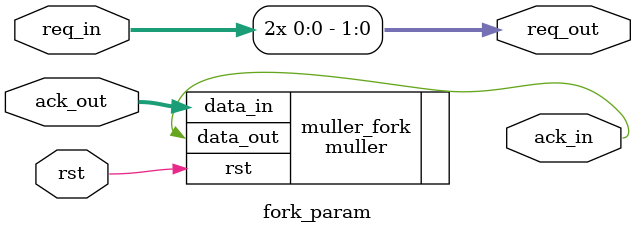
<source format=sv>
module fork_param #(
    parameter               size = 2     // Size - Number of inputs
    )(
    input  logic              req_in,    // Main request
    output logic              ack_in,    // Main acknowledge

    output logic  [size-1:0] req_out,    // Request output vector
    input  logic  [size-1:0] ack_out,    // Acknowledge output vector

    input  logic                 rst     // Circuit asyncronous reset -> ack_in = 0
);

// Instantiation of Muller Gate ================================================
muller #(.size(size)) muller_fork (.data_in(ack_out), .data_out(ack_in), .rst (rst));

// == Main Code ================================================================
assign req_out = {size{req_in}}; // Repeat operator - Connects all output vector to req_in

endmodule


</source>
